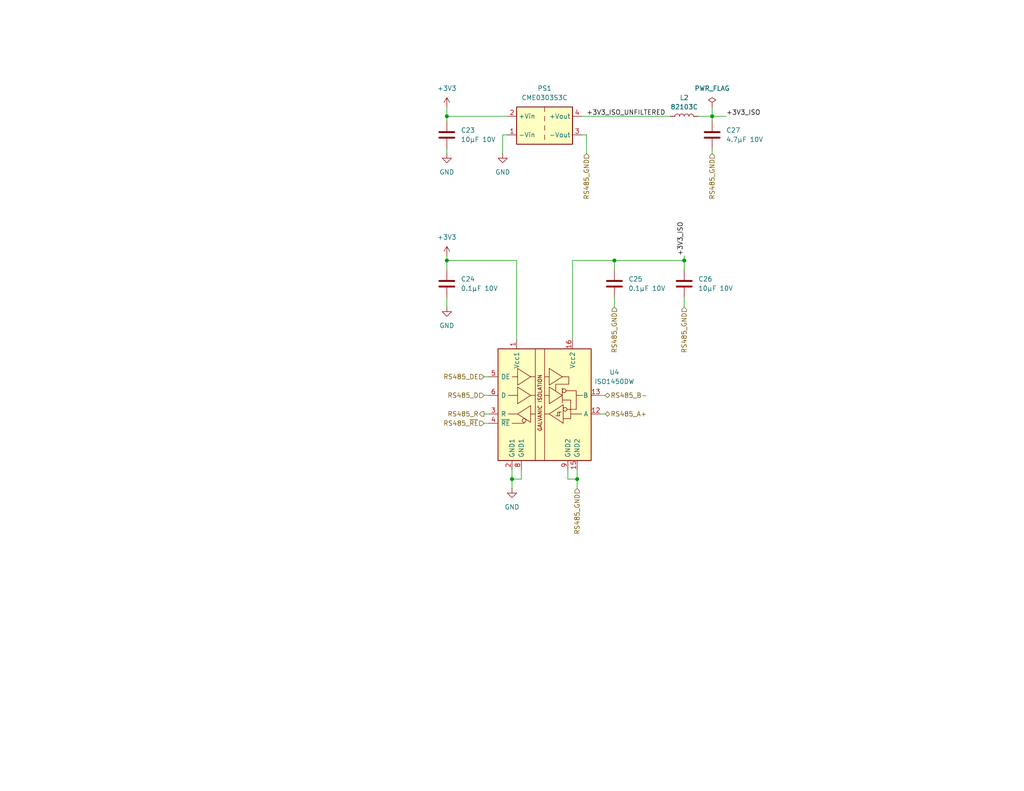
<source format=kicad_sch>
(kicad_sch (version 20231120) (generator "eeschema") (generator_version "8.0")
  (paper "USLetter")
  (title_block (title "Generic Pan Tilt PCB: RS485") (date "${KIBOT_GIT_DATE} ${KITBOT_RUN_DATE}") (company "Responsive Environments, MIT Media Lab") (comment 1 "Perry Naseck") (comment 2 "https://github.com/mitmedialab/generic-pan-tilt-pcb/") (comment 3 "Licensed under CERN-OHL-P v2 or later") (comment 4 "© MIT Media Lab 2024") (comment 5 "This source describes Open Hardware and is licensed under the CERN-OHL-P v2 or later. You may redistribute and modify this documentation and make products using it under the terms of the CERN-OHL-P v2 (https:/cern.ch/cern-ohl). This documentation is distributed WITHOUT ANY EXPRESS OR IMPLIED WARRANTY, INCLUDING OF MERCHANTABILITY, SATISFACTORY QUALITY AND FITNESS FOR A PARTICULAR PURPOSE. Please see the CERN-OHL-P v2 for applicable conditions"))
  (lib_symbols
    (symbol "Device:C" (pin_numbers hide) (pin_names (offset 0.254))
      (property "Reference" "C" (at 0.635 2.54 0))
      (property "Value" "C" (at 0.635 -2.54 0))
      (symbol "C_0_1"
        (polyline (pts (xy -2.032 -0.762) (xy 2.032 -0.762)) (stroke (width 0.508)))
        (polyline (pts (xy -2.032 0.762) (xy 2.032 0.762)) (stroke (width 0.508)))
      )
      (symbol "C_1_1"
        (pin passive line (at 0 3.81 270) (length 2.794) (name "~") (number "1"))
        (pin passive line (at 0 -3.81 90) (length 2.794) (name "~") (number "2"))
      )
    )
    (symbol "Device:L" (pin_numbers hide) (pin_names (offset 1.016) hide)
      (property "Reference" "L" (at -1.27 0 90))
      (property "Value" "L" (at 1.905 0 90))
      (symbol "L_0_1"
        (arc (start 0 -2.54) (mid 0.6323 -1.905) (end 0 -1.27))
        (arc (start 0 -1.27) (mid 0.6323 -0.635) (end 0 0))
        (arc (start 0 0) (mid 0.6323 0.635) (end 0 1.27))
        (arc (start 0 1.27) (mid 0.6323 1.905) (end 0 2.54))
      )
      (symbol "L_1_1"
        (pin passive line (at 0 3.81 270) (length 1.27) (name "1") (number "1"))
        (pin passive line (at 0 -3.81 90) (length 1.27) (name "2") (number "2"))
      )
    )
    (symbol "generic-pan-tilt-pcb:CME0303S3C"
      (property "Reference" "PS" (at -7.62 6.35 0))
      (property "Value" "CME0303S3C" (at 1.27 6.35 0))
      (symbol "CME0303S3C_0_0"
        (pin power_in line (at -10.16 -2.54 0) (length 2.54) (name "-Vin") (number "1"))
        (pin power_in line (at -10.16 2.54 0) (length 2.54) (name "+Vin") (number "2"))
        (pin power_out line (at 10.16 -2.54 180) (length 2.54) (name "-Vout") (number "3"))
        (pin power_out line (at 10.16 2.54 180) (length 2.54) (name "+Vout") (number "4"))
      )
      (symbol "CME0303S3C_0_1"
        (rectangle (start -7.62 5.08) (end 7.62 -5.08) (stroke (width 0.254)) (fill (type background)))
        (polyline (pts (xy 0 -2.54) (xy 0 -3.81)))
        (polyline (pts (xy 0 0) (xy 0 -1.27)))
        (polyline (pts (xy 0 2.54) (xy 0 1.27)))
        (polyline (pts (xy 0 5.08) (xy 0 3.81)))
      )
    )
    (symbol "generic-pan-tilt-pcb:ISO1450DW" (pin_names (offset 0.762))
      (property "Reference" "U" (at 0 19.05 0))
      (property "Value" "ISO1450DW" (at 0 16.51 0))
      (symbol "ISO1450DW_0_0"
        (rectangle (start -12.7 15.24) (end 12.7 -15.24) (stroke (width 0.254)) (fill (type background)))
        (polyline (pts (xy -8.636 2.54) (xy -9.906 2.54)))
        (polyline (pts (xy -7.62 7.62) (xy -8.89 7.62)))
        (polyline (pts (xy -7.366 7.62) (xy -7.62 7.62)))
        (polyline (pts (xy -2.54 15.24) (xy -2.54 -15.24)))
        (polyline (pts (xy 0 15.24) (xy 0 -15.24)))
        (polyline (pts (xy -7.366 4.826) (xy -7.366 0.254) (xy -3.81 2.54) (xy -7.366 4.826)))
        (polyline (pts (xy -7.366 9.906) (xy -7.366 5.334) (xy -3.81 7.62) (xy -7.366 9.906)))
        (polyline (pts (xy -3.81 -0.254) (xy -3.81 -4.826) (xy -7.366 -2.54) (xy -3.81 -0.254)))
        (polyline (pts (xy 1.27 9.906) (xy 1.27 5.334) (xy 4.826 7.62) (xy 1.27 9.906)))
        (text "GALVANIC ISOLATION" (at -1.27 0.508 900) (effects (font (size 1.016 1.016))))
      )
      (symbol "ISO1450DW_0_1"
        (circle (center -5.588 -4.318) (radius 0.508))
        (polyline (pts (xy -7.366 -2.54) (xy -9.906 -2.54)))
        (polyline (pts (xy -7.366 2.54) (xy -8.636 2.54)))
        (polyline (pts (xy -3.81 -2.54) (xy -2.54 -2.54)))
        (polyline (pts (xy -3.81 2.54) (xy -2.54 2.54)))
        (polyline (pts (xy -3.81 7.62) (xy -2.54 7.62)))
        (polyline (pts (xy 0 -2.54) (xy 1.27 -2.54)))
        (polyline (pts (xy 0 2.54) (xy 1.27 2.54)))
        (polyline (pts (xy 0 7.62) (xy 1.27 7.62)))
        (polyline (pts (xy 3.556 -2.286) (xy 3.556 -3.048)))
        (polyline (pts (xy 4.064 -3.048) (xy 3.048 -3.048)))
        (polyline (pts (xy 4.064 -2.286) (xy 4.064 -3.048)))
        (polyline (pts (xy 4.064 -2.286) (xy 4.064 -2.032)))
        (polyline (pts (xy 4.826 1.27) (xy 6.096 1.27)))
        (polyline (pts (xy 4.826 4.572) (xy 4.826 0.508)))
        (polyline (pts (xy 4.826 7.62) (xy 6.604 7.62)))
        (polyline (pts (xy 5.08 -3.81) (xy 6.096 -3.81)))
        (polyline (pts (xy 5.842 3.81) (xy 8.636 3.81)))
        (polyline (pts (xy 6.096 -1.27) (xy 8.636 -1.27)))
        (polyline (pts (xy 6.096 1.27) (xy 7.112 1.27)))
        (polyline (pts (xy 7.112 -3.81) (xy 6.096 -3.81)))
        (polyline (pts (xy 7.112 1.27) (xy 7.112 -3.81)))
        (polyline (pts (xy 8.636 -1.27) (xy 8.636 3.81)))
        (polyline (pts (xy 8.636 2.54) (xy 10.414 2.54)))
        (polyline (pts (xy -8.89 -5.08) (xy -5.588 -5.08) (xy -5.588 -4.826)))
        (polyline (pts (xy 3.556 -2.286) (xy 3.556 -2.032) (xy 4.572 -2.032)))
        (polyline (pts (xy 10.16 -2.54) (xy 8.89 -2.54) (xy 7.112 -2.54)))
        (polyline (pts (xy 1.27 -2.54) (xy 5.08 0) (xy 5.08 -5.08) (xy 1.27 -2.54)))
        (polyline (pts (xy 6.604 7.62) (xy 6.604 5.588) (xy 3.048 5.588) (xy 3.048 3.81)))
        (circle (center 5.334 3.81) (radius 0.508))
        (circle (center 5.588 -1.27) (radius 0.508))
      )
      (symbol "ISO1450DW_1_0"
        (polyline (pts (xy 1.27 4.826) (xy 1.27 0.254) (xy 4.826 2.54) (xy 1.27 4.826)))
      )
      (symbol "ISO1450DW_1_1"
        (pin power_in line (at -7.62 17.78 270) (length 2.54) (name "Vcc1") (number "1"))
        (pin no_connect line (at 12.7 5.08 180) (length 2.54) hide (name "NC") (number "10"))
        (pin no_connect line (at 12.7 10.16 180) (length 2.54) hide (name "NC") (number "11"))
        (pin bidirectional line (at 15.24 -2.54 180) (length 2.54) (name "A") (number "12"))
        (pin bidirectional line (at 15.24 2.54 180) (length 2.54) (name "B") (number "13"))
        (pin no_connect line (at 12.7 7.62 180) (length 2.54) hide (name "NC") (number "14"))
        (pin power_in line (at 8.89 -17.78 90) (length 2.54) (name "GND2") (number "15"))
        (pin power_in line (at 7.62 17.78 270) (length 2.54) (name "Vcc2") (number "16"))
        (pin power_in line (at -8.89 -17.78 90) (length 2.54) (name "GND1") (number "2"))
        (pin output line (at -15.24 -2.54 0) (length 2.54) (name "R") (number "3"))
        (pin input line (at -15.24 -5.08 0) (length 2.54) (name "~{RE}") (number "4"))
        (pin input line (at -15.24 7.62 0) (length 2.54) (name "DE") (number "5"))
        (pin input line (at -15.24 2.54 0) (length 2.54) (name "D") (number "6"))
        (pin no_connect line (at -12.7 10.16 0) (length 2.54) hide (name "NC") (number "7"))
        (pin power_in line (at -6.35 -17.78 90) (length 2.54) (name "GND1") (number "8"))
        (pin power_in line (at 6.35 -17.78 90) (length 2.54) (name "GND2") (number "9"))
      )
    )
    (symbol "power:+3V3" (power) (pin_numbers hide) (pin_names (offset 0) hide)
      (property "Value" "+3V3" (at 0 3.556 0))
      (symbol "+3V3_0_1"
        (polyline (pts (xy -0.762 1.27) (xy 0 2.54)))
        (polyline (pts (xy 0 0) (xy 0 2.54)))
        (polyline (pts (xy 0 2.54) (xy 0.762 1.27)))
      )
      (symbol "+3V3_1_1"
        (pin power_in line (at 0 0 90) (length 0) (name "~") (number "1"))
      )
    )
    (symbol "power:GND" (power) (pin_numbers hide) (pin_names (offset 0) hide)
      (property "Value" "GND" (at 0 -3.81 0))
      (symbol "GND_0_1"
        (polyline (pts (xy 0 0) (xy 0 -1.27) (xy 1.27 -1.27) (xy 0 -2.54) (xy -1.27 -1.27) (xy 0 -1.27)))
      )
      (symbol "GND_1_1"
        (pin power_in line (at 0 0 270) (length 0) (name "~") (number "1"))
      )
    )
    (symbol "power:PWR_FLAG" (power) (pin_numbers hide) (pin_names (offset 0) hide)
      (property "Value" "PWR_FLAG" (at 0 3.81 0))
      (symbol "PWR_FLAG_0_0"
        (pin power_out line (at 0 0 90) (length 0) (name "~") (number "1"))
      )
      (symbol "PWR_FLAG_0_1"
        (polyline (pts (xy 0 0) (xy 0 1.27) (xy -1.016 1.905) (xy 0 2.54) (xy 1.016 1.905) (xy 0 1.27)))
      )
    )
  )
  (junction (at 139.7 130.81))
  (junction (at 121.92 71.12))
  (junction (at 194.31 31.75))
  (junction (at 157.48 130.81))
  (junction (at 121.92 31.75))
  (junction (at 186.69 71.12))
  (junction (at 167.64 71.12))
  (wire (pts (xy 121.92 31.75) (xy 121.92 33.02)))
  (wire (pts (xy 140.97 71.12) (xy 140.97 92.71)))
  (wire (pts (xy 121.92 31.75) (xy 138.43 31.75)))
  (wire (pts (xy 156.21 71.12) (xy 156.21 92.71)))
  (wire (pts (xy 186.69 69.85) (xy 186.69 71.12)))
  (wire (pts (xy 194.31 41.91) (xy 194.31 40.64)))
  (wire (pts (xy 121.92 71.12) (xy 140.97 71.12)))
  (wire (pts (xy 154.94 128.27) (xy 154.94 130.81)))
  (wire (pts (xy 157.48 128.27) (xy 157.48 130.81)))
  (wire (pts (xy 186.69 81.28) (xy 186.69 83.82)))
  (wire (pts (xy 182.88 31.75) (xy 158.75 31.75)))
  (wire (pts (xy 194.31 29.21) (xy 194.31 31.75)))
  (wire (pts (xy 167.64 71.12) (xy 167.64 73.66)))
  (wire (pts (xy 198.12 31.75) (xy 194.31 31.75)))
  (wire (pts (xy 163.83 107.95) (xy 165.1 107.95)))
  (wire (pts (xy 132.08 107.95) (xy 133.35 107.95)))
  (wire (pts (xy 167.64 81.28) (xy 167.64 83.82)))
  (wire (pts (xy 160.02 36.83) (xy 160.02 41.91)))
  (wire (pts (xy 163.83 113.03) (xy 165.1 113.03)))
  (wire (pts (xy 121.92 73.66) (xy 121.92 71.12)))
  (wire (pts (xy 167.64 71.12) (xy 186.69 71.12)))
  (wire (pts (xy 142.24 128.27) (xy 142.24 130.81)))
  (wire (pts (xy 132.08 113.03) (xy 133.35 113.03)))
  (wire (pts (xy 156.21 71.12) (xy 167.64 71.12)))
  (wire (pts (xy 121.92 69.85) (xy 121.92 71.12)))
  (wire (pts (xy 132.08 115.57) (xy 133.35 115.57)))
  (wire (pts (xy 157.48 130.81) (xy 157.48 133.35)))
  (wire (pts (xy 154.94 130.81) (xy 157.48 130.81)))
  (wire (pts (xy 139.7 133.35) (xy 139.7 130.81)))
  (wire (pts (xy 139.7 128.27) (xy 139.7 130.81)))
  (wire (pts (xy 160.02 36.83) (xy 158.75 36.83)))
  (wire (pts (xy 194.31 33.02) (xy 194.31 31.75)))
  (wire (pts (xy 142.24 130.81) (xy 139.7 130.81)))
  (wire (pts (xy 137.16 36.83) (xy 138.43 36.83)))
  (wire (pts (xy 121.92 40.64) (xy 121.92 41.91)))
  (wire (pts (xy 186.69 73.66) (xy 186.69 71.12)))
  (wire (pts (xy 121.92 81.28) (xy 121.92 83.82)))
  (wire (pts (xy 194.31 31.75) (xy 190.5 31.75)))
  (wire (pts (xy 132.08 102.87) (xy 133.35 102.87)))
  (wire (pts (xy 121.92 29.21) (xy 121.92 31.75)))
  (wire (pts (xy 137.16 36.83) (xy 137.16 41.91)))
  (label "+3V3_ISO" (at 198.12 31.75 0))
  (label "+3V3_ISO_UNFILTERED" (at 160.02 31.75 0))
  (label "+3V3_ISO" (at 186.69 69.85 90))
  (hierarchical_label "RS485_GND" (shape input) (at 194.31 41.91 270))
  (hierarchical_label "RS485_~{RE}" (shape input) (at 132.08 115.57 180))
  (hierarchical_label "RS485_GND" (shape input) (at 157.48 133.35 270))
  (hierarchical_label "RS485_R" (shape output) (at 132.08 113.03 180))
  (hierarchical_label "RS485_GND" (shape input) (at 167.64 83.82 270))
  (hierarchical_label "RS485_GND" (shape input) (at 186.69 83.82 270))
  (hierarchical_label "RS485_GND" (shape input) (at 160.02 41.91 270))
  (hierarchical_label "RS485_B-" (shape bidirectional) (at 165.1 107.95 0))
  (hierarchical_label "RS485_DE" (shape input) (at 132.08 102.87 180))
  (hierarchical_label "RS485_D" (shape input) (at 132.08 107.95 180))
  (hierarchical_label "RS485_A+" (shape bidirectional) (at 165.1 113.03 0))
  (symbol (lib_id "power:GND") (at 121.92 41.91 0) (unit 1)
    (property "Reference" "#PWR054" (effects (hide yes)))
    (property "Value" "GND" (at 121.92 46.99 0))
    (property "Description" "Power symbol creates a global label with name \"GND\" , ground" (effects (hide yes)))
  )
  (symbol (lib_id "Device:C") (at 167.64 77.47 0) (unit 1)
    (property "Reference" "C25" (at 171.45 76.1999 0) (effects (justify left)))
    (property "Value" "0.1µF 10V" (at 171.45 78.7399 0) (effects (justify left)))
    (property "Footprint" "Capacitor_SMD:C_0402_1005Metric" (effects (hide yes)))
    (property "Description" "Unpolarized capacitor" (effects (hide yes)))
  )
  (symbol (lib_id "power:+3V3") (at 121.92 29.21 0) (unit 1)
    (property "Reference" "#PWR053" (effects (hide yes)))
    (property "Value" "+3V3" (at 121.92 24.13 0))
    (property "Description" "Power symbol creates a global label with name \"+3V3\"" (effects (hide yes)))
  )
  (symbol (lib_id "Device:C") (at 121.92 77.47 0) (unit 1)
    (property "Reference" "C24" (at 125.73 76.1999 0) (effects (justify left)))
    (property "Value" "0.1µF 10V" (at 125.73 78.7399 0) (effects (justify left)))
    (property "Footprint" "Capacitor_SMD:C_0402_1005Metric" (effects (hide yes)))
    (property "Description" "Unpolarized capacitor" (effects (hide yes)))
  )
  (symbol (lib_id "power:+3V3") (at 121.92 69.85 0) (unit 1)
    (property "Reference" "#PWR055" (effects (hide yes)))
    (property "Value" "+3V3" (at 121.92 64.77 0))
    (property "Description" "Power symbol creates a global label with name \"+3V3\"" (effects (hide yes)))
  )
  (symbol (lib_id "generic-pan-tilt-pcb:ISO1450DW") (at 148.59 110.49 0) (unit 1)
    (property "Reference" "U4" (at 167.64 101.6314 0))
    (property "Value" "ISO1450DW" (at 167.64 104.1714 0))
    (property "Footprint" "Package_SO:SOIC-16W_7.5x10.3mm_P1.27mm" (effects (hide yes)))
    (property "Datasheet" "http://www.ti.com/lit/ds/symlink/iso1450.pdf" (effects (hide yes)))
    (property "Description" "50 Mbps, Isolated 5-V Half-Duplex RS-485 transceiver, SOIC-16, Reinforced Isolation" (effects (hide yes)))
    (property "digikey#" "296-ISO1450DW-ND" (effects (hide yes)))
    (property "manf#" "ISO1450DW" (effects (hide yes)))
    (property "mouser#" "595-ISO1450DW" (effects (hide yes)))
  )
  (symbol (lib_id "generic-pan-tilt-pcb:CME0303S3C") (at 148.59 34.29 0) (unit 1)
    (property "Reference" "PS1" (at 148.59 24.13 0))
    (property "Value" "CME0303S3C" (at 148.59 26.67 0))
    (property "Footprint" "generic-pan-tilt-pcb:Converter_DCDC_Murata_CMExxxxS3C_THT" (effects (hide yes)))
    (property "Datasheet" "https://power.murata.com/pub/data/power/ncl/kdc_cme.pdf" (effects (hide yes)))
    (property "Description" "0.75W, 3000 VDC isolated DC/DC converter, 3V3 input, 3V3 output, SIP" (effects (hide yes)))
    (property "digikey#" "811-2889-5-ND" (effects (hide yes)))
    (property "manf#" "CME0303S3C" (effects (hide yes)))
    (property "mouser#" "580-CME0303S3C" (effects (hide yes)))
  )
  (symbol (lib_id "Device:C") (at 194.31 36.83 0) (unit 1)
    (property "Reference" "C27" (at 198.12 35.5599 0) (effects (justify left)))
    (property "Value" "4.7μF 10V" (at 198.12 38.0999 0) (effects (justify left)))
    (property "Footprint" "Capacitor_SMD:C_0402_1005Metric" (effects (hide yes)))
    (property "Description" "Unpolarized capacitor" (effects (hide yes)))
  )
  (symbol (lib_id "power:PWR_FLAG") (at 194.31 29.21 0) (unit 1)
    (property "Reference" "#FLG05" (effects (hide yes)))
    (property "Value" "PWR_FLAG" (at 194.31 24.13 0))
    (property "Description" "Special symbol for telling ERC where power comes from" (effects (hide yes)))
  )
  (symbol (lib_id "Device:C") (at 186.69 77.47 0) (unit 1)
    (property "Reference" "C26" (at 190.5 76.1999 0) (effects (justify left)))
    (property "Value" "10µF 10V" (at 190.5 78.7399 0) (effects (justify left)))
    (property "Footprint" "Capacitor_SMD:C_0402_1005Metric" (effects (hide yes)))
    (property "Description" "Unpolarized capacitor" (effects (hide yes)))
  )
  (symbol (lib_id "Device:C") (at 121.92 36.83 0) (unit 1)
    (property "Reference" "C23" (at 125.73 35.5599 0) (effects (justify left)))
    (property "Value" "10µF 10V" (at 125.73 38.0999 0) (effects (justify left)))
    (property "Footprint" "Capacitor_SMD:C_0402_1005Metric" (effects (hide yes)))
    (property "Description" "Unpolarized capacitor" (effects (hide yes)))
  )
  (symbol (lib_id "Device:L") (at 186.69 31.75 90) (unit 1)
    (property "Reference" "L2" (at 186.69 26.67 90))
    (property "Value" "82103C" (at 186.69 29.21 90))
    (property "Footprint" "Inductor_SMD:L_1210_3225Metric" (effects (hide yes)))
    (property "Description" "Inductor" (effects (hide yes)))
    (property "digikey#" "811-2473-1-ND" (effects (hide yes)))
    (property "manf#" "82103C" (effects (hide yes)))
    (property "mouser#" "580-82103C" (effects (hide yes)))
  )
  (symbol (lib_id "power:GND") (at 137.16 41.91 0) (unit 1)
    (property "Reference" "#PWR057" (effects (hide yes)))
    (property "Value" "GND" (at 137.16 46.99 0))
    (property "Description" "Power symbol creates a global label with name \"GND\" , ground" (effects (hide yes)))
  )
  (symbol (lib_id "power:GND") (at 121.92 83.82 0) (unit 1)
    (property "Reference" "#PWR056" (effects (hide yes)))
    (property "Value" "GND" (at 121.92 88.9 0))
    (property "Description" "Power symbol creates a global label with name \"GND\" , ground" (effects (hide yes)))
  )
  (symbol (lib_id "power:GND") (at 139.7 133.35 0) (unit 1)
    (property "Reference" "#PWR058" (effects (hide yes)))
    (property "Value" "GND" (at 139.7 138.43 0))
    (property "Description" "Power symbol creates a global label with name \"GND\" , ground" (effects (hide yes)))
  )
)
</source>
